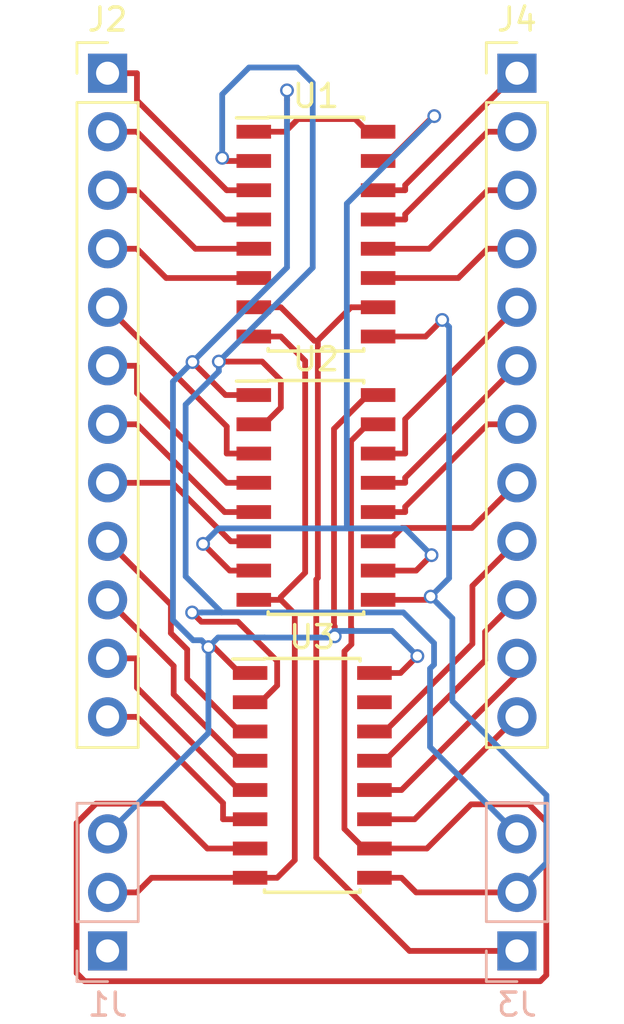
<source format=kicad_pcb>
(kicad_pcb (version 4) (host pcbnew 4.0.7)

  (general
    (links 45)
    (no_connects 0)
    (area 137.392381 85.495 164.86762 130.505)
    (thickness 1.6)
    (drawings 0)
    (tracks 266)
    (zones 0)
    (modules 7)
    (nets 34)
  )

  (page A4)
  (layers
    (0 F.Cu signal)
    (31 B.Cu signal)
    (32 B.Adhes user)
    (33 F.Adhes user)
    (34 B.Paste user)
    (35 F.Paste user)
    (36 B.SilkS user)
    (37 F.SilkS user)
    (38 B.Mask user)
    (39 F.Mask user)
    (40 Dwgs.User user)
    (41 Cmts.User user)
    (42 Eco1.User user)
    (43 Eco2.User user)
    (44 Edge.Cuts user)
    (45 Margin user)
    (46 B.CrtYd user)
    (47 F.CrtYd user)
    (48 B.Fab user)
    (49 F.Fab user)
  )

  (setup
    (last_trace_width 0.25)
    (trace_clearance 0.3)
    (zone_clearance 0.508)
    (zone_45_only no)
    (trace_min 0.2)
    (segment_width 0.2)
    (edge_width 0.1)
    (via_size 0.6)
    (via_drill 0.4)
    (via_min_size 0.4)
    (via_min_drill 0.3)
    (uvia_size 0.3)
    (uvia_drill 0.1)
    (uvias_allowed no)
    (uvia_min_size 0.2)
    (uvia_min_drill 0.1)
    (pcb_text_width 0.3)
    (pcb_text_size 1.5 1.5)
    (mod_edge_width 0.15)
    (mod_text_size 1 1)
    (mod_text_width 0.15)
    (pad_size 1.5 1.5)
    (pad_drill 0.6)
    (pad_to_mask_clearance 0)
    (aux_axis_origin 0 0)
    (visible_elements FFFFFF7F)
    (pcbplotparams
      (layerselection 0x00030_80000001)
      (usegerberextensions false)
      (excludeedgelayer true)
      (linewidth 0.100000)
      (plotframeref false)
      (viasonmask false)
      (mode 1)
      (useauxorigin false)
      (hpglpennumber 1)
      (hpglpenspeed 20)
      (hpglpendiameter 15)
      (hpglpenoverlay 2)
      (psnegative false)
      (psa4output false)
      (plotreference true)
      (plotvalue true)
      (plotinvisibletext false)
      (padsonsilk false)
      (subtractmaskfromsilk false)
      (outputformat 1)
      (mirror false)
      (drillshape 1)
      (scaleselection 1)
      (outputdirectory ""))
  )

  (net 0 "")
  (net 1 "Net-(J1-Pad1)")
  (net 2 GND)
  (net 3 VCC)
  (net 4 "Net-(J2-Pad1)")
  (net 5 "Net-(J2-Pad2)")
  (net 6 "Net-(J2-Pad3)")
  (net 7 "Net-(J2-Pad4)")
  (net 8 "Net-(J2-Pad5)")
  (net 9 "Net-(J2-Pad6)")
  (net 10 "Net-(J2-Pad7)")
  (net 11 "Net-(J2-Pad8)")
  (net 12 "Net-(J2-Pad9)")
  (net 13 "Net-(J2-Pad10)")
  (net 14 "Net-(J2-Pad11)")
  (net 15 "Net-(J2-Pad12)")
  (net 16 /Count)
  (net 17 /PE)
  (net 18 /Clock)
  (net 19 "Net-(J4-Pad1)")
  (net 20 "Net-(J4-Pad2)")
  (net 21 "Net-(J4-Pad3)")
  (net 22 "Net-(J4-Pad4)")
  (net 23 "Net-(J4-Pad5)")
  (net 24 "Net-(J4-Pad6)")
  (net 25 "Net-(J4-Pad7)")
  (net 26 "Net-(J4-Pad8)")
  (net 27 "Net-(J4-Pad9)")
  (net 28 "Net-(J4-Pad10)")
  (net 29 "Net-(J4-Pad11)")
  (net 30 "Net-(J4-Pad12)")
  (net 31 /C0)
  (net 32 /C1)
  (net 33 "Net-(U3-Pad15)")

  (net_class Default "This is the default net class."
    (clearance 0.3)
    (trace_width 0.25)
    (via_dia 0.6)
    (via_drill 0.4)
    (uvia_dia 0.3)
    (uvia_drill 0.1)
    (add_net /C0)
    (add_net /C1)
    (add_net /Clock)
    (add_net /Count)
    (add_net /PE)
    (add_net GND)
    (add_net "Net-(J1-Pad1)")
    (add_net "Net-(J2-Pad1)")
    (add_net "Net-(J2-Pad10)")
    (add_net "Net-(J2-Pad11)")
    (add_net "Net-(J2-Pad12)")
    (add_net "Net-(J2-Pad2)")
    (add_net "Net-(J2-Pad3)")
    (add_net "Net-(J2-Pad4)")
    (add_net "Net-(J2-Pad5)")
    (add_net "Net-(J2-Pad6)")
    (add_net "Net-(J2-Pad7)")
    (add_net "Net-(J2-Pad8)")
    (add_net "Net-(J2-Pad9)")
    (add_net "Net-(J4-Pad1)")
    (add_net "Net-(J4-Pad10)")
    (add_net "Net-(J4-Pad11)")
    (add_net "Net-(J4-Pad12)")
    (add_net "Net-(J4-Pad2)")
    (add_net "Net-(J4-Pad3)")
    (add_net "Net-(J4-Pad4)")
    (add_net "Net-(J4-Pad5)")
    (add_net "Net-(J4-Pad6)")
    (add_net "Net-(J4-Pad7)")
    (add_net "Net-(J4-Pad8)")
    (add_net "Net-(J4-Pad9)")
    (add_net "Net-(U3-Pad15)")
    (add_net VCC)
  )

  (module Pin_Headers:Pin_Header_Straight_1x03_Pitch2.54mm (layer B.Cu) (tedit 59650532) (tstamp 5AA1B714)
    (at 142.24 127)
    (descr "Through hole straight pin header, 1x03, 2.54mm pitch, single row")
    (tags "Through hole pin header THT 1x03 2.54mm single row")
    (path /5AA191ED)
    (fp_text reference J1 (at 0 2.33) (layer B.SilkS)
      (effects (font (size 1 1) (thickness 0.15)) (justify mirror))
    )
    (fp_text value Conn_01x03 (at 0 -7.41) (layer B.Fab)
      (effects (font (size 1 1) (thickness 0.15)) (justify mirror))
    )
    (fp_line (start -0.635 1.27) (end 1.27 1.27) (layer B.Fab) (width 0.1))
    (fp_line (start 1.27 1.27) (end 1.27 -6.35) (layer B.Fab) (width 0.1))
    (fp_line (start 1.27 -6.35) (end -1.27 -6.35) (layer B.Fab) (width 0.1))
    (fp_line (start -1.27 -6.35) (end -1.27 0.635) (layer B.Fab) (width 0.1))
    (fp_line (start -1.27 0.635) (end -0.635 1.27) (layer B.Fab) (width 0.1))
    (fp_line (start -1.33 -6.41) (end 1.33 -6.41) (layer B.SilkS) (width 0.12))
    (fp_line (start -1.33 -1.27) (end -1.33 -6.41) (layer B.SilkS) (width 0.12))
    (fp_line (start 1.33 -1.27) (end 1.33 -6.41) (layer B.SilkS) (width 0.12))
    (fp_line (start -1.33 -1.27) (end 1.33 -1.27) (layer B.SilkS) (width 0.12))
    (fp_line (start -1.33 0) (end -1.33 1.33) (layer B.SilkS) (width 0.12))
    (fp_line (start -1.33 1.33) (end 0 1.33) (layer B.SilkS) (width 0.12))
    (fp_line (start -1.8 1.8) (end -1.8 -6.85) (layer B.CrtYd) (width 0.05))
    (fp_line (start -1.8 -6.85) (end 1.8 -6.85) (layer B.CrtYd) (width 0.05))
    (fp_line (start 1.8 -6.85) (end 1.8 1.8) (layer B.CrtYd) (width 0.05))
    (fp_line (start 1.8 1.8) (end -1.8 1.8) (layer B.CrtYd) (width 0.05))
    (fp_text user %R (at 0 -2.54 270) (layer B.Fab)
      (effects (font (size 1 1) (thickness 0.15)) (justify mirror))
    )
    (pad 1 thru_hole rect (at 0 0) (size 1.7 1.7) (drill 1) (layers *.Cu *.Mask)
      (net 1 "Net-(J1-Pad1)"))
    (pad 2 thru_hole oval (at 0 -2.54) (size 1.7 1.7) (drill 1) (layers *.Cu *.Mask)
      (net 2 GND))
    (pad 3 thru_hole oval (at 0 -5.08) (size 1.7 1.7) (drill 1) (layers *.Cu *.Mask)
      (net 3 VCC))
    (model ${KISYS3DMOD}/Pin_Headers.3dshapes/Pin_Header_Straight_1x03_Pitch2.54mm.wrl
      (at (xyz 0 0 0))
      (scale (xyz 1 1 1))
      (rotate (xyz 0 0 0))
    )
  )

  (module Pin_Headers:Pin_Header_Straight_1x12_Pitch2.54mm (layer F.Cu) (tedit 59650532) (tstamp 5AA1B734)
    (at 142.24 88.9)
    (descr "Through hole straight pin header, 1x12, 2.54mm pitch, single row")
    (tags "Through hole pin header THT 1x12 2.54mm single row")
    (path /5AA16970)
    (fp_text reference J2 (at 0 -2.33) (layer F.SilkS)
      (effects (font (size 1 1) (thickness 0.15)))
    )
    (fp_text value Conn_01x12 (at 0 30.27) (layer F.Fab)
      (effects (font (size 1 1) (thickness 0.15)))
    )
    (fp_line (start -0.635 -1.27) (end 1.27 -1.27) (layer F.Fab) (width 0.1))
    (fp_line (start 1.27 -1.27) (end 1.27 29.21) (layer F.Fab) (width 0.1))
    (fp_line (start 1.27 29.21) (end -1.27 29.21) (layer F.Fab) (width 0.1))
    (fp_line (start -1.27 29.21) (end -1.27 -0.635) (layer F.Fab) (width 0.1))
    (fp_line (start -1.27 -0.635) (end -0.635 -1.27) (layer F.Fab) (width 0.1))
    (fp_line (start -1.33 29.27) (end 1.33 29.27) (layer F.SilkS) (width 0.12))
    (fp_line (start -1.33 1.27) (end -1.33 29.27) (layer F.SilkS) (width 0.12))
    (fp_line (start 1.33 1.27) (end 1.33 29.27) (layer F.SilkS) (width 0.12))
    (fp_line (start -1.33 1.27) (end 1.33 1.27) (layer F.SilkS) (width 0.12))
    (fp_line (start -1.33 0) (end -1.33 -1.33) (layer F.SilkS) (width 0.12))
    (fp_line (start -1.33 -1.33) (end 0 -1.33) (layer F.SilkS) (width 0.12))
    (fp_line (start -1.8 -1.8) (end -1.8 29.75) (layer F.CrtYd) (width 0.05))
    (fp_line (start -1.8 29.75) (end 1.8 29.75) (layer F.CrtYd) (width 0.05))
    (fp_line (start 1.8 29.75) (end 1.8 -1.8) (layer F.CrtYd) (width 0.05))
    (fp_line (start 1.8 -1.8) (end -1.8 -1.8) (layer F.CrtYd) (width 0.05))
    (fp_text user %R (at 0 13.97 90) (layer F.Fab)
      (effects (font (size 1 1) (thickness 0.15)))
    )
    (pad 1 thru_hole rect (at 0 0) (size 1.7 1.7) (drill 1) (layers *.Cu *.Mask)
      (net 4 "Net-(J2-Pad1)"))
    (pad 2 thru_hole oval (at 0 2.54) (size 1.7 1.7) (drill 1) (layers *.Cu *.Mask)
      (net 5 "Net-(J2-Pad2)"))
    (pad 3 thru_hole oval (at 0 5.08) (size 1.7 1.7) (drill 1) (layers *.Cu *.Mask)
      (net 6 "Net-(J2-Pad3)"))
    (pad 4 thru_hole oval (at 0 7.62) (size 1.7 1.7) (drill 1) (layers *.Cu *.Mask)
      (net 7 "Net-(J2-Pad4)"))
    (pad 5 thru_hole oval (at 0 10.16) (size 1.7 1.7) (drill 1) (layers *.Cu *.Mask)
      (net 8 "Net-(J2-Pad5)"))
    (pad 6 thru_hole oval (at 0 12.7) (size 1.7 1.7) (drill 1) (layers *.Cu *.Mask)
      (net 9 "Net-(J2-Pad6)"))
    (pad 7 thru_hole oval (at 0 15.24) (size 1.7 1.7) (drill 1) (layers *.Cu *.Mask)
      (net 10 "Net-(J2-Pad7)"))
    (pad 8 thru_hole oval (at 0 17.78) (size 1.7 1.7) (drill 1) (layers *.Cu *.Mask)
      (net 11 "Net-(J2-Pad8)"))
    (pad 9 thru_hole oval (at 0 20.32) (size 1.7 1.7) (drill 1) (layers *.Cu *.Mask)
      (net 12 "Net-(J2-Pad9)"))
    (pad 10 thru_hole oval (at 0 22.86) (size 1.7 1.7) (drill 1) (layers *.Cu *.Mask)
      (net 13 "Net-(J2-Pad10)"))
    (pad 11 thru_hole oval (at 0 25.4) (size 1.7 1.7) (drill 1) (layers *.Cu *.Mask)
      (net 14 "Net-(J2-Pad11)"))
    (pad 12 thru_hole oval (at 0 27.94) (size 1.7 1.7) (drill 1) (layers *.Cu *.Mask)
      (net 15 "Net-(J2-Pad12)"))
    (model ${KISYS3DMOD}/Pin_Headers.3dshapes/Pin_Header_Straight_1x12_Pitch2.54mm.wrl
      (at (xyz 0 0 0))
      (scale (xyz 1 1 1))
      (rotate (xyz 0 0 0))
    )
  )

  (module Pin_Headers:Pin_Header_Straight_1x03_Pitch2.54mm (layer B.Cu) (tedit 59650532) (tstamp 5AA1B74B)
    (at 160.02 127)
    (descr "Through hole straight pin header, 1x03, 2.54mm pitch, single row")
    (tags "Through hole pin header THT 1x03 2.54mm single row")
    (path /5AA19165)
    (fp_text reference J3 (at 0 2.33) (layer B.SilkS)
      (effects (font (size 1 1) (thickness 0.15)) (justify mirror))
    )
    (fp_text value Conn_01x03 (at 0 -7.41) (layer B.Fab)
      (effects (font (size 1 1) (thickness 0.15)) (justify mirror))
    )
    (fp_line (start -0.635 1.27) (end 1.27 1.27) (layer B.Fab) (width 0.1))
    (fp_line (start 1.27 1.27) (end 1.27 -6.35) (layer B.Fab) (width 0.1))
    (fp_line (start 1.27 -6.35) (end -1.27 -6.35) (layer B.Fab) (width 0.1))
    (fp_line (start -1.27 -6.35) (end -1.27 0.635) (layer B.Fab) (width 0.1))
    (fp_line (start -1.27 0.635) (end -0.635 1.27) (layer B.Fab) (width 0.1))
    (fp_line (start -1.33 -6.41) (end 1.33 -6.41) (layer B.SilkS) (width 0.12))
    (fp_line (start -1.33 -1.27) (end -1.33 -6.41) (layer B.SilkS) (width 0.12))
    (fp_line (start 1.33 -1.27) (end 1.33 -6.41) (layer B.SilkS) (width 0.12))
    (fp_line (start -1.33 -1.27) (end 1.33 -1.27) (layer B.SilkS) (width 0.12))
    (fp_line (start -1.33 0) (end -1.33 1.33) (layer B.SilkS) (width 0.12))
    (fp_line (start -1.33 1.33) (end 0 1.33) (layer B.SilkS) (width 0.12))
    (fp_line (start -1.8 1.8) (end -1.8 -6.85) (layer B.CrtYd) (width 0.05))
    (fp_line (start -1.8 -6.85) (end 1.8 -6.85) (layer B.CrtYd) (width 0.05))
    (fp_line (start 1.8 -6.85) (end 1.8 1.8) (layer B.CrtYd) (width 0.05))
    (fp_line (start 1.8 1.8) (end -1.8 1.8) (layer B.CrtYd) (width 0.05))
    (fp_text user %R (at 0 -2.54 270) (layer B.Fab)
      (effects (font (size 1 1) (thickness 0.15)) (justify mirror))
    )
    (pad 1 thru_hole rect (at 0 0) (size 1.7 1.7) (drill 1) (layers *.Cu *.Mask)
      (net 16 /Count))
    (pad 2 thru_hole oval (at 0 -2.54) (size 1.7 1.7) (drill 1) (layers *.Cu *.Mask)
      (net 17 /PE))
    (pad 3 thru_hole oval (at 0 -5.08) (size 1.7 1.7) (drill 1) (layers *.Cu *.Mask)
      (net 18 /Clock))
    (model ${KISYS3DMOD}/Pin_Headers.3dshapes/Pin_Header_Straight_1x03_Pitch2.54mm.wrl
      (at (xyz 0 0 0))
      (scale (xyz 1 1 1))
      (rotate (xyz 0 0 0))
    )
  )

  (module Pin_Headers:Pin_Header_Straight_1x12_Pitch2.54mm (layer F.Cu) (tedit 59650532) (tstamp 5AA1B76B)
    (at 160.02 88.9)
    (descr "Through hole straight pin header, 1x12, 2.54mm pitch, single row")
    (tags "Through hole pin header THT 1x12 2.54mm single row")
    (path /5AA169ED)
    (fp_text reference J4 (at 0 -2.33) (layer F.SilkS)
      (effects (font (size 1 1) (thickness 0.15)))
    )
    (fp_text value Conn_01x12 (at 0 30.27) (layer F.Fab)
      (effects (font (size 1 1) (thickness 0.15)))
    )
    (fp_line (start -0.635 -1.27) (end 1.27 -1.27) (layer F.Fab) (width 0.1))
    (fp_line (start 1.27 -1.27) (end 1.27 29.21) (layer F.Fab) (width 0.1))
    (fp_line (start 1.27 29.21) (end -1.27 29.21) (layer F.Fab) (width 0.1))
    (fp_line (start -1.27 29.21) (end -1.27 -0.635) (layer F.Fab) (width 0.1))
    (fp_line (start -1.27 -0.635) (end -0.635 -1.27) (layer F.Fab) (width 0.1))
    (fp_line (start -1.33 29.27) (end 1.33 29.27) (layer F.SilkS) (width 0.12))
    (fp_line (start -1.33 1.27) (end -1.33 29.27) (layer F.SilkS) (width 0.12))
    (fp_line (start 1.33 1.27) (end 1.33 29.27) (layer F.SilkS) (width 0.12))
    (fp_line (start -1.33 1.27) (end 1.33 1.27) (layer F.SilkS) (width 0.12))
    (fp_line (start -1.33 0) (end -1.33 -1.33) (layer F.SilkS) (width 0.12))
    (fp_line (start -1.33 -1.33) (end 0 -1.33) (layer F.SilkS) (width 0.12))
    (fp_line (start -1.8 -1.8) (end -1.8 29.75) (layer F.CrtYd) (width 0.05))
    (fp_line (start -1.8 29.75) (end 1.8 29.75) (layer F.CrtYd) (width 0.05))
    (fp_line (start 1.8 29.75) (end 1.8 -1.8) (layer F.CrtYd) (width 0.05))
    (fp_line (start 1.8 -1.8) (end -1.8 -1.8) (layer F.CrtYd) (width 0.05))
    (fp_text user %R (at 0 13.97 90) (layer F.Fab)
      (effects (font (size 1 1) (thickness 0.15)))
    )
    (pad 1 thru_hole rect (at 0 0) (size 1.7 1.7) (drill 1) (layers *.Cu *.Mask)
      (net 19 "Net-(J4-Pad1)"))
    (pad 2 thru_hole oval (at 0 2.54) (size 1.7 1.7) (drill 1) (layers *.Cu *.Mask)
      (net 20 "Net-(J4-Pad2)"))
    (pad 3 thru_hole oval (at 0 5.08) (size 1.7 1.7) (drill 1) (layers *.Cu *.Mask)
      (net 21 "Net-(J4-Pad3)"))
    (pad 4 thru_hole oval (at 0 7.62) (size 1.7 1.7) (drill 1) (layers *.Cu *.Mask)
      (net 22 "Net-(J4-Pad4)"))
    (pad 5 thru_hole oval (at 0 10.16) (size 1.7 1.7) (drill 1) (layers *.Cu *.Mask)
      (net 23 "Net-(J4-Pad5)"))
    (pad 6 thru_hole oval (at 0 12.7) (size 1.7 1.7) (drill 1) (layers *.Cu *.Mask)
      (net 24 "Net-(J4-Pad6)"))
    (pad 7 thru_hole oval (at 0 15.24) (size 1.7 1.7) (drill 1) (layers *.Cu *.Mask)
      (net 25 "Net-(J4-Pad7)"))
    (pad 8 thru_hole oval (at 0 17.78) (size 1.7 1.7) (drill 1) (layers *.Cu *.Mask)
      (net 26 "Net-(J4-Pad8)"))
    (pad 9 thru_hole oval (at 0 20.32) (size 1.7 1.7) (drill 1) (layers *.Cu *.Mask)
      (net 27 "Net-(J4-Pad9)"))
    (pad 10 thru_hole oval (at 0 22.86) (size 1.7 1.7) (drill 1) (layers *.Cu *.Mask)
      (net 28 "Net-(J4-Pad10)"))
    (pad 11 thru_hole oval (at 0 25.4) (size 1.7 1.7) (drill 1) (layers *.Cu *.Mask)
      (net 29 "Net-(J4-Pad11)"))
    (pad 12 thru_hole oval (at 0 27.94) (size 1.7 1.7) (drill 1) (layers *.Cu *.Mask)
      (net 30 "Net-(J4-Pad12)"))
    (model ${KISYS3DMOD}/Pin_Headers.3dshapes/Pin_Header_Straight_1x12_Pitch2.54mm.wrl
      (at (xyz 0 0 0))
      (scale (xyz 1 1 1))
      (rotate (xyz 0 0 0))
    )
  )

  (module Housings_SOIC:SOIC-16_3.9x9.9mm_Pitch1.27mm (layer F.Cu) (tedit 58CC8F64) (tstamp 5AA1B790)
    (at 151.29 95.885)
    (descr "16-Lead Plastic Small Outline (SL) - Narrow, 3.90 mm Body [SOIC] (see Microchip Packaging Specification 00000049BS.pdf)")
    (tags "SOIC 1.27")
    (path /5AA16657)
    (attr smd)
    (fp_text reference U1 (at 0 -6) (layer F.SilkS)
      (effects (font (size 1 1) (thickness 0.15)))
    )
    (fp_text value 74LS161 (at 0 6) (layer F.Fab)
      (effects (font (size 1 1) (thickness 0.15)))
    )
    (fp_text user %R (at 0 0) (layer F.Fab)
      (effects (font (size 0.9 0.9) (thickness 0.135)))
    )
    (fp_line (start -0.95 -4.95) (end 1.95 -4.95) (layer F.Fab) (width 0.15))
    (fp_line (start 1.95 -4.95) (end 1.95 4.95) (layer F.Fab) (width 0.15))
    (fp_line (start 1.95 4.95) (end -1.95 4.95) (layer F.Fab) (width 0.15))
    (fp_line (start -1.95 4.95) (end -1.95 -3.95) (layer F.Fab) (width 0.15))
    (fp_line (start -1.95 -3.95) (end -0.95 -4.95) (layer F.Fab) (width 0.15))
    (fp_line (start -3.7 -5.25) (end -3.7 5.25) (layer F.CrtYd) (width 0.05))
    (fp_line (start 3.7 -5.25) (end 3.7 5.25) (layer F.CrtYd) (width 0.05))
    (fp_line (start -3.7 -5.25) (end 3.7 -5.25) (layer F.CrtYd) (width 0.05))
    (fp_line (start -3.7 5.25) (end 3.7 5.25) (layer F.CrtYd) (width 0.05))
    (fp_line (start -2.075 -5.075) (end -2.075 -5.05) (layer F.SilkS) (width 0.15))
    (fp_line (start 2.075 -5.075) (end 2.075 -4.97) (layer F.SilkS) (width 0.15))
    (fp_line (start 2.075 5.075) (end 2.075 4.97) (layer F.SilkS) (width 0.15))
    (fp_line (start -2.075 5.075) (end -2.075 4.97) (layer F.SilkS) (width 0.15))
    (fp_line (start -2.075 -5.075) (end 2.075 -5.075) (layer F.SilkS) (width 0.15))
    (fp_line (start -2.075 5.075) (end 2.075 5.075) (layer F.SilkS) (width 0.15))
    (fp_line (start -2.075 -5.05) (end -3.45 -5.05) (layer F.SilkS) (width 0.15))
    (pad 1 smd rect (at -2.7 -4.445) (size 1.5 0.6) (layers F.Cu F.Paste F.Mask)
      (net 3 VCC))
    (pad 2 smd rect (at -2.7 -3.175) (size 1.5 0.6) (layers F.Cu F.Paste F.Mask)
      (net 18 /Clock))
    (pad 3 smd rect (at -2.7 -1.905) (size 1.5 0.6) (layers F.Cu F.Paste F.Mask)
      (net 4 "Net-(J2-Pad1)"))
    (pad 4 smd rect (at -2.7 -0.635) (size 1.5 0.6) (layers F.Cu F.Paste F.Mask)
      (net 5 "Net-(J2-Pad2)"))
    (pad 5 smd rect (at -2.7 0.635) (size 1.5 0.6) (layers F.Cu F.Paste F.Mask)
      (net 6 "Net-(J2-Pad3)"))
    (pad 6 smd rect (at -2.7 1.905) (size 1.5 0.6) (layers F.Cu F.Paste F.Mask)
      (net 7 "Net-(J2-Pad4)"))
    (pad 7 smd rect (at -2.7 3.175) (size 1.5 0.6) (layers F.Cu F.Paste F.Mask)
      (net 16 /Count))
    (pad 8 smd rect (at -2.7 4.445) (size 1.5 0.6) (layers F.Cu F.Paste F.Mask)
      (net 2 GND))
    (pad 9 smd rect (at 2.7 4.445) (size 1.5 0.6) (layers F.Cu F.Paste F.Mask)
      (net 17 /PE))
    (pad 10 smd rect (at 2.7 3.175) (size 1.5 0.6) (layers F.Cu F.Paste F.Mask)
      (net 16 /Count))
    (pad 11 smd rect (at 2.7 1.905) (size 1.5 0.6) (layers F.Cu F.Paste F.Mask)
      (net 22 "Net-(J4-Pad4)"))
    (pad 12 smd rect (at 2.7 0.635) (size 1.5 0.6) (layers F.Cu F.Paste F.Mask)
      (net 21 "Net-(J4-Pad3)"))
    (pad 13 smd rect (at 2.7 -0.635) (size 1.5 0.6) (layers F.Cu F.Paste F.Mask)
      (net 20 "Net-(J4-Pad2)"))
    (pad 14 smd rect (at 2.7 -1.905) (size 1.5 0.6) (layers F.Cu F.Paste F.Mask)
      (net 19 "Net-(J4-Pad1)"))
    (pad 15 smd rect (at 2.7 -3.175) (size 1.5 0.6) (layers F.Cu F.Paste F.Mask)
      (net 31 /C0))
    (pad 16 smd rect (at 2.7 -4.445) (size 1.5 0.6) (layers F.Cu F.Paste F.Mask)
      (net 3 VCC))
    (model ${KISYS3DMOD}/Housings_SOIC.3dshapes/SOIC-16_3.9x9.9mm_Pitch1.27mm.wrl
      (at (xyz 0 0 0))
      (scale (xyz 1 1 1))
      (rotate (xyz 0 0 0))
    )
  )

  (module Housings_SOIC:SOIC-16_3.9x9.9mm_Pitch1.27mm (layer F.Cu) (tedit 58CC8F64) (tstamp 5AA1B7B5)
    (at 151.29 107.315)
    (descr "16-Lead Plastic Small Outline (SL) - Narrow, 3.90 mm Body [SOIC] (see Microchip Packaging Specification 00000049BS.pdf)")
    (tags "SOIC 1.27")
    (path /5AA166E3)
    (attr smd)
    (fp_text reference U2 (at 0 -6) (layer F.SilkS)
      (effects (font (size 1 1) (thickness 0.15)))
    )
    (fp_text value 74LS161 (at 0 6) (layer F.Fab)
      (effects (font (size 1 1) (thickness 0.15)))
    )
    (fp_text user %R (at 0 0) (layer F.Fab)
      (effects (font (size 0.9 0.9) (thickness 0.135)))
    )
    (fp_line (start -0.95 -4.95) (end 1.95 -4.95) (layer F.Fab) (width 0.15))
    (fp_line (start 1.95 -4.95) (end 1.95 4.95) (layer F.Fab) (width 0.15))
    (fp_line (start 1.95 4.95) (end -1.95 4.95) (layer F.Fab) (width 0.15))
    (fp_line (start -1.95 4.95) (end -1.95 -3.95) (layer F.Fab) (width 0.15))
    (fp_line (start -1.95 -3.95) (end -0.95 -4.95) (layer F.Fab) (width 0.15))
    (fp_line (start -3.7 -5.25) (end -3.7 5.25) (layer F.CrtYd) (width 0.05))
    (fp_line (start 3.7 -5.25) (end 3.7 5.25) (layer F.CrtYd) (width 0.05))
    (fp_line (start -3.7 -5.25) (end 3.7 -5.25) (layer F.CrtYd) (width 0.05))
    (fp_line (start -3.7 5.25) (end 3.7 5.25) (layer F.CrtYd) (width 0.05))
    (fp_line (start -2.075 -5.075) (end -2.075 -5.05) (layer F.SilkS) (width 0.15))
    (fp_line (start 2.075 -5.075) (end 2.075 -4.97) (layer F.SilkS) (width 0.15))
    (fp_line (start 2.075 5.075) (end 2.075 4.97) (layer F.SilkS) (width 0.15))
    (fp_line (start -2.075 5.075) (end -2.075 4.97) (layer F.SilkS) (width 0.15))
    (fp_line (start -2.075 -5.075) (end 2.075 -5.075) (layer F.SilkS) (width 0.15))
    (fp_line (start -2.075 5.075) (end 2.075 5.075) (layer F.SilkS) (width 0.15))
    (fp_line (start -2.075 -5.05) (end -3.45 -5.05) (layer F.SilkS) (width 0.15))
    (pad 1 smd rect (at -2.7 -4.445) (size 1.5 0.6) (layers F.Cu F.Paste F.Mask)
      (net 3 VCC))
    (pad 2 smd rect (at -2.7 -3.175) (size 1.5 0.6) (layers F.Cu F.Paste F.Mask)
      (net 18 /Clock))
    (pad 3 smd rect (at -2.7 -1.905) (size 1.5 0.6) (layers F.Cu F.Paste F.Mask)
      (net 8 "Net-(J2-Pad5)"))
    (pad 4 smd rect (at -2.7 -0.635) (size 1.5 0.6) (layers F.Cu F.Paste F.Mask)
      (net 9 "Net-(J2-Pad6)"))
    (pad 5 smd rect (at -2.7 0.635) (size 1.5 0.6) (layers F.Cu F.Paste F.Mask)
      (net 10 "Net-(J2-Pad7)"))
    (pad 6 smd rect (at -2.7 1.905) (size 1.5 0.6) (layers F.Cu F.Paste F.Mask)
      (net 11 "Net-(J2-Pad8)"))
    (pad 7 smd rect (at -2.7 3.175) (size 1.5 0.6) (layers F.Cu F.Paste F.Mask)
      (net 31 /C0))
    (pad 8 smd rect (at -2.7 4.445) (size 1.5 0.6) (layers F.Cu F.Paste F.Mask)
      (net 2 GND))
    (pad 9 smd rect (at 2.7 4.445) (size 1.5 0.6) (layers F.Cu F.Paste F.Mask)
      (net 17 /PE))
    (pad 10 smd rect (at 2.7 3.175) (size 1.5 0.6) (layers F.Cu F.Paste F.Mask)
      (net 31 /C0))
    (pad 11 smd rect (at 2.7 1.905) (size 1.5 0.6) (layers F.Cu F.Paste F.Mask)
      (net 26 "Net-(J4-Pad8)"))
    (pad 12 smd rect (at 2.7 0.635) (size 1.5 0.6) (layers F.Cu F.Paste F.Mask)
      (net 25 "Net-(J4-Pad7)"))
    (pad 13 smd rect (at 2.7 -0.635) (size 1.5 0.6) (layers F.Cu F.Paste F.Mask)
      (net 24 "Net-(J4-Pad6)"))
    (pad 14 smd rect (at 2.7 -1.905) (size 1.5 0.6) (layers F.Cu F.Paste F.Mask)
      (net 23 "Net-(J4-Pad5)"))
    (pad 15 smd rect (at 2.7 -3.175) (size 1.5 0.6) (layers F.Cu F.Paste F.Mask)
      (net 32 /C1))
    (pad 16 smd rect (at 2.7 -4.445) (size 1.5 0.6) (layers F.Cu F.Paste F.Mask)
      (net 3 VCC))
    (model ${KISYS3DMOD}/Housings_SOIC.3dshapes/SOIC-16_3.9x9.9mm_Pitch1.27mm.wrl
      (at (xyz 0 0 0))
      (scale (xyz 1 1 1))
      (rotate (xyz 0 0 0))
    )
  )

  (module Housings_SOIC:SOIC-16_3.9x9.9mm_Pitch1.27mm (layer F.Cu) (tedit 58CC8F64) (tstamp 5AA1B7DA)
    (at 151.13 119.38)
    (descr "16-Lead Plastic Small Outline (SL) - Narrow, 3.90 mm Body [SOIC] (see Microchip Packaging Specification 00000049BS.pdf)")
    (tags "SOIC 1.27")
    (path /5AA1679F)
    (attr smd)
    (fp_text reference U3 (at 0 -6) (layer F.SilkS)
      (effects (font (size 1 1) (thickness 0.15)))
    )
    (fp_text value 74LS161 (at 0 6) (layer F.Fab)
      (effects (font (size 1 1) (thickness 0.15)))
    )
    (fp_text user %R (at 0 0) (layer F.Fab)
      (effects (font (size 0.9 0.9) (thickness 0.135)))
    )
    (fp_line (start -0.95 -4.95) (end 1.95 -4.95) (layer F.Fab) (width 0.15))
    (fp_line (start 1.95 -4.95) (end 1.95 4.95) (layer F.Fab) (width 0.15))
    (fp_line (start 1.95 4.95) (end -1.95 4.95) (layer F.Fab) (width 0.15))
    (fp_line (start -1.95 4.95) (end -1.95 -3.95) (layer F.Fab) (width 0.15))
    (fp_line (start -1.95 -3.95) (end -0.95 -4.95) (layer F.Fab) (width 0.15))
    (fp_line (start -3.7 -5.25) (end -3.7 5.25) (layer F.CrtYd) (width 0.05))
    (fp_line (start 3.7 -5.25) (end 3.7 5.25) (layer F.CrtYd) (width 0.05))
    (fp_line (start -3.7 -5.25) (end 3.7 -5.25) (layer F.CrtYd) (width 0.05))
    (fp_line (start -3.7 5.25) (end 3.7 5.25) (layer F.CrtYd) (width 0.05))
    (fp_line (start -2.075 -5.075) (end -2.075 -5.05) (layer F.SilkS) (width 0.15))
    (fp_line (start 2.075 -5.075) (end 2.075 -4.97) (layer F.SilkS) (width 0.15))
    (fp_line (start 2.075 5.075) (end 2.075 4.97) (layer F.SilkS) (width 0.15))
    (fp_line (start -2.075 5.075) (end -2.075 4.97) (layer F.SilkS) (width 0.15))
    (fp_line (start -2.075 -5.075) (end 2.075 -5.075) (layer F.SilkS) (width 0.15))
    (fp_line (start -2.075 5.075) (end 2.075 5.075) (layer F.SilkS) (width 0.15))
    (fp_line (start -2.075 -5.05) (end -3.45 -5.05) (layer F.SilkS) (width 0.15))
    (pad 1 smd rect (at -2.7 -4.445) (size 1.5 0.6) (layers F.Cu F.Paste F.Mask)
      (net 3 VCC))
    (pad 2 smd rect (at -2.7 -3.175) (size 1.5 0.6) (layers F.Cu F.Paste F.Mask)
      (net 18 /Clock))
    (pad 3 smd rect (at -2.7 -1.905) (size 1.5 0.6) (layers F.Cu F.Paste F.Mask)
      (net 12 "Net-(J2-Pad9)"))
    (pad 4 smd rect (at -2.7 -0.635) (size 1.5 0.6) (layers F.Cu F.Paste F.Mask)
      (net 13 "Net-(J2-Pad10)"))
    (pad 5 smd rect (at -2.7 0.635) (size 1.5 0.6) (layers F.Cu F.Paste F.Mask)
      (net 14 "Net-(J2-Pad11)"))
    (pad 6 smd rect (at -2.7 1.905) (size 1.5 0.6) (layers F.Cu F.Paste F.Mask)
      (net 15 "Net-(J2-Pad12)"))
    (pad 7 smd rect (at -2.7 3.175) (size 1.5 0.6) (layers F.Cu F.Paste F.Mask)
      (net 32 /C1))
    (pad 8 smd rect (at -2.7 4.445) (size 1.5 0.6) (layers F.Cu F.Paste F.Mask)
      (net 2 GND))
    (pad 9 smd rect (at 2.7 4.445) (size 1.5 0.6) (layers F.Cu F.Paste F.Mask)
      (net 17 /PE))
    (pad 10 smd rect (at 2.7 3.175) (size 1.5 0.6) (layers F.Cu F.Paste F.Mask)
      (net 32 /C1))
    (pad 11 smd rect (at 2.7 1.905) (size 1.5 0.6) (layers F.Cu F.Paste F.Mask)
      (net 30 "Net-(J4-Pad12)"))
    (pad 12 smd rect (at 2.7 0.635) (size 1.5 0.6) (layers F.Cu F.Paste F.Mask)
      (net 29 "Net-(J4-Pad11)"))
    (pad 13 smd rect (at 2.7 -0.635) (size 1.5 0.6) (layers F.Cu F.Paste F.Mask)
      (net 28 "Net-(J4-Pad10)"))
    (pad 14 smd rect (at 2.7 -1.905) (size 1.5 0.6) (layers F.Cu F.Paste F.Mask)
      (net 27 "Net-(J4-Pad9)"))
    (pad 15 smd rect (at 2.7 -3.175) (size 1.5 0.6) (layers F.Cu F.Paste F.Mask)
      (net 33 "Net-(U3-Pad15)"))
    (pad 16 smd rect (at 2.7 -4.445) (size 1.5 0.6) (layers F.Cu F.Paste F.Mask)
      (net 3 VCC))
    (model ${KISYS3DMOD}/Housings_SOIC.3dshapes/SOIC-16_3.9x9.9mm_Pitch1.27mm.wrl
      (at (xyz 0 0 0))
      (scale (xyz 1 1 1))
      (rotate (xyz 0 0 0))
    )
  )

  (segment (start 149.7653 111.76) (end 149.7653 111.6365) (width 0.25) (layer F.Cu) (net 2))
  (segment (start 149.7653 111.6365) (end 150.822 110.5798) (width 0.25) (layer F.Cu) (net 2))
  (segment (start 150.822 110.5798) (end 150.822 101.3867) (width 0.25) (layer F.Cu) (net 2))
  (segment (start 150.822 101.3867) (end 149.7653 100.33) (width 0.25) (layer F.Cu) (net 2))
  (segment (start 148.59 100.33) (end 149.7653 100.33) (width 0.25) (layer F.Cu) (net 2))
  (segment (start 142.24 124.46) (end 143.5153 124.46) (width 0.25) (layer F.Cu) (net 2))
  (segment (start 144.1503 123.825) (end 148.43 123.825) (width 0.25) (layer F.Cu) (net 2))
  (segment (start 143.5153 124.46) (end 144.1503 123.825) (width 0.25) (layer F.Cu) (net 2))
  (segment (start 148.43 123.825) (end 149.6053 123.825) (width 0.25) (layer F.Cu) (net 2))
  (segment (start 148.59 111.76) (end 149.7653 111.76) (width 0.25) (layer F.Cu) (net 2))
  (segment (start 150.3697 112.3644) (end 149.7653 111.76) (width 0.25) (layer F.Cu) (net 2))
  (segment (start 150.3697 123.0606) (end 150.3697 112.3644) (width 0.25) (layer F.Cu) (net 2))
  (segment (start 149.6053 123.825) (end 150.3697 123.0606) (width 0.25) (layer F.Cu) (net 2))
  (segment (start 150.032951 90.06872) (end 150.032951 89.644456) (width 0.25) (layer F.Cu) (net 3))
  (segment (start 150.032951 90.06872) (end 150.032951 89.644456) (width 0.25) (layer B.Cu) (net 3))
  (segment (start 150.032951 97.332468) (end 150.032951 90.06872) (width 0.25) (layer B.Cu) (net 3))
  (segment (start 150.032951 91.364849) (end 150.032951 90.06872) (width 0.25) (layer F.Cu) (net 3))
  (segment (start 149.9578 91.44) (end 150.032951 91.364849) (width 0.25) (layer F.Cu) (net 3))
  (via (at 150.032951 89.644456) (size 0.6) (drill 0.4) (layers F.Cu B.Cu) (net 3))
  (segment (start 145.928652 101.436767) (end 150.032951 97.332468) (width 0.25) (layer B.Cu) (net 3))
  (segment (start 145.928652 101.436767) (end 145.079234 102.286185) (width 0.25) (layer B.Cu) (net 3))
  (segment (start 145.079234 112.639443) (end 145.953902 113.514111) (width 0.25) (layer B.Cu) (net 3))
  (segment (start 145.079234 102.286185) (end 145.079234 112.639443) (width 0.25) (layer B.Cu) (net 3))
  (segment (start 145.953902 113.514111) (end 146.319528 113.514111) (width 0.25) (layer B.Cu) (net 3))
  (segment (start 146.319528 113.514111) (end 146.619527 113.81411) (width 0.25) (layer B.Cu) (net 3))
  (segment (start 148.43 114.935) (end 147.98 114.935) (width 0.25) (layer F.Cu) (net 3))
  (via (at 146.619527 113.81411) (size 0.6) (drill 0.4) (layers F.Cu B.Cu) (net 3))
  (segment (start 147.039637 113.394) (end 146.919526 113.514111) (width 0.25) (layer B.Cu) (net 3))
  (segment (start 149.0624 113.394) (end 147.039637 113.394) (width 0.25) (layer B.Cu) (net 3))
  (segment (start 146.619527 117.540473) (end 146.619527 114.238374) (width 0.25) (layer B.Cu) (net 3))
  (segment (start 146.919526 113.514111) (end 146.619527 113.81411) (width 0.25) (layer B.Cu) (net 3))
  (segment (start 146.619527 114.238374) (end 146.619527 113.81411) (width 0.25) (layer B.Cu) (net 3))
  (segment (start 147.98 114.935) (end 146.85911 113.81411) (width 0.25) (layer F.Cu) (net 3))
  (segment (start 146.85911 113.81411) (end 146.619527 113.81411) (width 0.25) (layer F.Cu) (net 3))
  (segment (start 142.24 121.92) (end 146.619527 117.540473) (width 0.25) (layer B.Cu) (net 3))
  (segment (start 152.0739 112.886785) (end 152.105662 112.918547) (width 0.25) (layer F.Cu) (net 3))
  (segment (start 152.105662 112.918547) (end 152.105662 113.342811) (width 0.25) (layer F.Cu) (net 3))
  (segment (start 152.0739 104.3361) (end 152.0739 112.886785) (width 0.25) (layer F.Cu) (net 3))
  (segment (start 152.0739 113.1122) (end 152.0739 113.311049) (width 0.25) (layer B.Cu) (net 3))
  (segment (start 152.0739 113.311049) (end 152.105662 113.342811) (width 0.25) (layer B.Cu) (net 3))
  (segment (start 153.99 102.87) (end 153.54 102.87) (width 0.25) (layer F.Cu) (net 3))
  (segment (start 153.54 102.87) (end 152.0739 104.3361) (width 0.25) (layer F.Cu) (net 3))
  (via (at 152.105662 113.342811) (size 0.6) (drill 0.4) (layers F.Cu B.Cu) (net 3))
  (segment (start 155.39448 114.502092) (end 155.694479 114.202093) (width 0.25) (layer F.Cu) (net 3))
  (segment (start 154.961572 114.935) (end 155.39448 114.502092) (width 0.25) (layer F.Cu) (net 3))
  (segment (start 153.83 114.935) (end 154.961572 114.935) (width 0.25) (layer F.Cu) (net 3))
  (segment (start 152.0739 113.1122) (end 154.604586 113.1122) (width 0.25) (layer B.Cu) (net 3))
  (segment (start 155.39448 113.902094) (end 155.694479 114.202093) (width 0.25) (layer B.Cu) (net 3))
  (segment (start 154.604586 113.1122) (end 155.39448 113.902094) (width 0.25) (layer B.Cu) (net 3))
  (via (at 155.694479 114.202093) (size 0.6) (drill 0.4) (layers F.Cu B.Cu) (net 3))
  (segment (start 146.228651 101.736766) (end 145.928652 101.436767) (width 0.25) (layer F.Cu) (net 3))
  (segment (start 147.361885 102.87) (end 146.228651 101.736766) (width 0.25) (layer F.Cu) (net 3))
  (segment (start 148.59 102.87) (end 147.361885 102.87) (width 0.25) (layer F.Cu) (net 3))
  (via (at 145.928652 101.436767) (size 0.6) (drill 0.4) (layers F.Cu B.Cu) (net 3))
  (segment (start 153.99 91.44) (end 153.54 91.44) (width 0.25) (layer F.Cu) (net 3))
  (segment (start 150.5078 90.89) (end 149.9578 91.44) (width 0.25) (layer F.Cu) (net 3))
  (segment (start 152.99 90.89) (end 150.5078 90.89) (width 0.25) (layer F.Cu) (net 3))
  (segment (start 153.54 91.44) (end 152.99 90.89) (width 0.25) (layer F.Cu) (net 3))
  (segment (start 148.59 91.44) (end 149.7653 91.44) (width 0.25) (layer F.Cu) (net 3))
  (segment (start 149.9578 91.44) (end 149.7653 91.44) (width 0.25) (layer F.Cu) (net 3))
  (segment (start 151.7889 113.3972) (end 152.0739 113.1122) (width 0.25) (layer B.Cu) (net 3))
  (segment (start 149.0655 113.3972) (end 151.7889 113.3972) (width 0.25) (layer B.Cu) (net 3))
  (segment (start 149.0624 113.394) (end 149.0655 113.3972) (width 0.25) (layer B.Cu) (net 3))
  (segment (start 142.24 88.9) (end 143.5153 88.9) (width 0.25) (layer F.Cu) (net 4))
  (segment (start 148.59 93.98) (end 147.4147 93.98) (width 0.25) (layer F.Cu) (net 4))
  (segment (start 143.5153 90.0806) (end 147.4147 93.98) (width 0.25) (layer F.Cu) (net 4))
  (segment (start 143.5153 88.9) (end 143.5153 90.0806) (width 0.25) (layer F.Cu) (net 4))
  (segment (start 147.3253 95.25) (end 143.5153 91.44) (width 0.25) (layer F.Cu) (net 5))
  (segment (start 148.59 95.25) (end 147.3253 95.25) (width 0.25) (layer F.Cu) (net 5))
  (segment (start 142.24 91.44) (end 143.5153 91.44) (width 0.25) (layer F.Cu) (net 5))
  (segment (start 146.0553 96.52) (end 143.5153 93.98) (width 0.25) (layer F.Cu) (net 6))
  (segment (start 148.59 96.52) (end 146.0553 96.52) (width 0.25) (layer F.Cu) (net 6))
  (segment (start 142.24 93.98) (end 143.5153 93.98) (width 0.25) (layer F.Cu) (net 6))
  (segment (start 144.7853 97.79) (end 143.5153 96.52) (width 0.25) (layer F.Cu) (net 7))
  (segment (start 148.59 97.79) (end 144.7853 97.79) (width 0.25) (layer F.Cu) (net 7))
  (segment (start 142.24 96.52) (end 143.5153 96.52) (width 0.25) (layer F.Cu) (net 7))
  (segment (start 147.4147 104.2347) (end 142.24 99.06) (width 0.25) (layer F.Cu) (net 8))
  (segment (start 147.4147 105.41) (end 147.4147 104.2347) (width 0.25) (layer F.Cu) (net 8))
  (segment (start 148.59 105.41) (end 147.4147 105.41) (width 0.25) (layer F.Cu) (net 8))
  (segment (start 143.5153 102.7806) (end 143.5153 101.6) (width 0.25) (layer F.Cu) (net 9))
  (segment (start 147.4147 106.68) (end 143.5153 102.7806) (width 0.25) (layer F.Cu) (net 9))
  (segment (start 142.24 101.6) (end 143.5153 101.6) (width 0.25) (layer F.Cu) (net 9))
  (segment (start 148.59 106.68) (end 147.4147 106.68) (width 0.25) (layer F.Cu) (net 9))
  (segment (start 147.3253 107.95) (end 143.5153 104.14) (width 0.25) (layer F.Cu) (net 10))
  (segment (start 148.59 107.95) (end 147.3253 107.95) (width 0.25) (layer F.Cu) (net 10))
  (segment (start 142.24 104.14) (end 143.5153 104.14) (width 0.25) (layer F.Cu) (net 10))
  (segment (start 143.442081 106.68) (end 142.24 106.68) (width 0.25) (layer F.Cu) (net 11))
  (segment (start 148.59 109.22) (end 147.59 109.22) (width 0.25) (layer F.Cu) (net 11))
  (segment (start 147.59 109.22) (end 145.05 106.68) (width 0.25) (layer F.Cu) (net 11))
  (segment (start 145.05 106.68) (end 143.442081 106.68) (width 0.25) (layer F.Cu) (net 11))
  (segment (start 148.43 117.475) (end 147.98 117.475) (width 0.25) (layer F.Cu) (net 12))
  (segment (start 147.98 117.475) (end 145.697181 115.192181) (width 0.25) (layer F.Cu) (net 12))
  (segment (start 145.697181 115.192181) (end 145.697181 113.91521) (width 0.25) (layer F.Cu) (net 12))
  (segment (start 145.697181 113.91521) (end 144.989648 113.207677) (width 0.25) (layer F.Cu) (net 12))
  (segment (start 144.989648 113.207677) (end 144.989648 111.969648) (width 0.25) (layer F.Cu) (net 12))
  (segment (start 144.989648 111.969648) (end 143.089999 110.069999) (width 0.25) (layer F.Cu) (net 12))
  (segment (start 143.089999 110.069999) (end 142.24 109.22) (width 0.25) (layer F.Cu) (net 12))
  (segment (start 147.9938 118.745) (end 148.43 118.745) (width 0.25) (layer F.Cu) (net 13))
  (segment (start 145.1099 115.8611) (end 147.9938 118.745) (width 0.25) (layer F.Cu) (net 13))
  (segment (start 145.1099 114.6299) (end 145.1099 115.8611) (width 0.25) (layer F.Cu) (net 13))
  (segment (start 142.24 111.76) (end 145.1099 114.6299) (width 0.25) (layer F.Cu) (net 13))
  (segment (start 142.24 114.3) (end 143.5153 114.3) (width 0.25) (layer F.Cu) (net 14))
  (segment (start 147.955 120.015) (end 143.5153 115.5753) (width 0.25) (layer F.Cu) (net 14))
  (segment (start 148.43 120.015) (end 147.955 120.015) (width 0.25) (layer F.Cu) (net 14))
  (segment (start 143.5153 115.5753) (end 143.5153 114.3) (width 0.25) (layer F.Cu) (net 14))
  (segment (start 147.2547 120.5794) (end 143.5153 116.84) (width 0.25) (layer F.Cu) (net 15))
  (segment (start 148.43 121.285) (end 147.2547 121.285) (width 0.25) (layer F.Cu) (net 15))
  (segment (start 147.2547 121.285) (end 147.2547 120.5794) (width 0.25) (layer F.Cu) (net 15))
  (segment (start 142.24 116.84) (end 143.5153 116.84) (width 0.25) (layer F.Cu) (net 15))
  (segment (start 151.3723 100.5246) (end 151.3612 100.5135) (width 0.25) (layer F.Cu) (net 16))
  (segment (start 151.3723 110.8078) (end 151.3723 100.5246) (width 0.25) (layer F.Cu) (net 16))
  (segment (start 151.3034 110.8767) (end 151.3723 110.8078) (width 0.25) (layer F.Cu) (net 16))
  (segment (start 160.02 127) (end 155.3535 127) (width 0.25) (layer F.Cu) (net 16))
  (segment (start 155.3535 127) (end 151.3034 122.9499) (width 0.25) (layer F.Cu) (net 16))
  (segment (start 151.3034 122.9499) (end 151.3034 110.8767) (width 0.25) (layer F.Cu) (net 16))
  (segment (start 148.59 99.06) (end 149.7653 99.06) (width 0.25) (layer F.Cu) (net 16))
  (segment (start 153.99 99.06) (end 152.8147 99.06) (width 0.25) (layer F.Cu) (net 16))
  (segment (start 152.8147 99.06) (end 151.3612 100.5135) (width 0.25) (layer F.Cu) (net 16))
  (segment (start 151.2188 100.5135) (end 151.3612 100.5135) (width 0.25) (layer F.Cu) (net 16))
  (segment (start 149.7653 99.06) (end 151.2188 100.5135) (width 0.25) (layer F.Cu) (net 16))
  (segment (start 156.053256 100.33) (end 156.472597 99.910659) (width 0.25) (layer F.Cu) (net 17))
  (segment (start 153.99 100.33) (end 156.053256 100.33) (width 0.25) (layer F.Cu) (net 17))
  (segment (start 157.072595 99.910659) (end 156.772596 99.61066) (width 0.25) (layer B.Cu) (net 17))
  (segment (start 156.273222 111.619306) (end 157.072595 110.819933) (width 0.25) (layer B.Cu) (net 17))
  (segment (start 156.472597 99.910659) (end 156.772596 99.61066) (width 0.25) (layer F.Cu) (net 17))
  (segment (start 157.072595 110.819933) (end 157.072595 99.910659) (width 0.25) (layer B.Cu) (net 17))
  (via (at 156.772596 99.61066) (size 0.6) (drill 0.4) (layers F.Cu B.Cu) (net 17))
  (segment (start 153.99 111.76) (end 156.132528 111.76) (width 0.25) (layer F.Cu) (net 17))
  (segment (start 156.573221 111.919305) (end 156.273222 111.619306) (width 0.25) (layer B.Cu) (net 17))
  (segment (start 157.215204 116.158204) (end 157.215204 112.561288) (width 0.25) (layer B.Cu) (net 17))
  (segment (start 161.3016 120.2446) (end 157.215204 116.158204) (width 0.25) (layer B.Cu) (net 17))
  (segment (start 160.02 124.46) (end 161.3016 123.1784) (width 0.25) (layer B.Cu) (net 17))
  (segment (start 161.3016 123.1784) (end 161.3016 120.2446) (width 0.25) (layer B.Cu) (net 17))
  (segment (start 157.215204 112.561288) (end 156.573221 111.919305) (width 0.25) (layer B.Cu) (net 17))
  (segment (start 156.132528 111.76) (end 156.273222 111.619306) (width 0.25) (layer F.Cu) (net 17))
  (via (at 156.273222 111.619306) (size 0.6) (drill 0.4) (layers F.Cu B.Cu) (net 17))
  (segment (start 160.02 124.46) (end 158.7447 124.46) (width 0.25) (layer F.Cu) (net 17))
  (segment (start 155.6403 124.46) (end 158.7447 124.46) (width 0.25) (layer F.Cu) (net 17))
  (segment (start 155.0053 123.825) (end 155.6403 124.46) (width 0.25) (layer F.Cu) (net 17))
  (segment (start 153.83 123.825) (end 155.0053 123.825) (width 0.25) (layer F.Cu) (net 17))
  (segment (start 147.2186 92.5723) (end 147.2186 89.817303) (width 0.25) (layer B.Cu) (net 18))
  (segment (start 147.2186 89.817303) (end 148.384273 88.65163) (width 0.25) (layer B.Cu) (net 18))
  (segment (start 148.384273 88.65163) (end 150.48319 88.65163) (width 0.25) (layer B.Cu) (net 18))
  (segment (start 150.48319 88.65163) (end 151.149034 89.317474) (width 0.25) (layer B.Cu) (net 18))
  (segment (start 151.149034 89.317474) (end 151.149034 97.340228) (width 0.25) (layer B.Cu) (net 18))
  (segment (start 151.149034 97.340228) (end 147.371873 101.117389) (width 0.25) (layer B.Cu) (net 18))
  (segment (start 147.371873 101.117389) (end 147.071874 101.417388) (width 0.25) (layer B.Cu) (net 18))
  (segment (start 147.193975 112.307) (end 146.339146 112.307) (width 0.25) (layer B.Cu) (net 18))
  (segment (start 146.339146 112.307) (end 146.336183 112.309963) (width 0.25) (layer B.Cu) (net 18))
  (segment (start 147.193975 112.307) (end 155.085531 112.307) (width 0.25) (layer B.Cu) (net 18))
  (segment (start 146.211918 112.609962) (end 145.911919 112.309963) (width 0.25) (layer F.Cu) (net 18))
  (segment (start 146.312486 112.71053) (end 146.211918 112.609962) (width 0.25) (layer F.Cu) (net 18))
  (segment (start 147.903483 112.71053) (end 146.312486 112.71053) (width 0.25) (layer F.Cu) (net 18))
  (segment (start 146.336183 112.309963) (end 145.911919 112.309963) (width 0.25) (layer B.Cu) (net 18))
  (segment (start 149.6053 114.412347) (end 147.903483 112.71053) (width 0.25) (layer F.Cu) (net 18))
  (segment (start 149.6053 115.4797) (end 149.6053 114.412347) (width 0.25) (layer F.Cu) (net 18))
  (segment (start 148.88 116.205) (end 149.6053 115.4797) (width 0.25) (layer F.Cu) (net 18))
  (segment (start 148.43 116.205) (end 148.88 116.205) (width 0.25) (layer F.Cu) (net 18))
  (via (at 145.911919 112.309963) (size 0.6) (drill 0.4) (layers F.Cu B.Cu) (net 18))
  (segment (start 159.170001 121.070001) (end 160.02 121.92) (width 0.25) (layer B.Cu) (net 18))
  (segment (start 156.419481 114.569474) (end 156.24509 114.743865) (width 0.25) (layer B.Cu) (net 18))
  (segment (start 156.419481 113.64095) (end 156.419481 114.569474) (width 0.25) (layer B.Cu) (net 18))
  (segment (start 155.085531 112.307) (end 156.419481 113.64095) (width 0.25) (layer B.Cu) (net 18))
  (segment (start 156.24509 118.14509) (end 159.170001 121.070001) (width 0.25) (layer B.Cu) (net 18))
  (segment (start 156.24509 114.743865) (end 156.24509 118.14509) (width 0.25) (layer B.Cu) (net 18))
  (segment (start 147.071874 101.841652) (end 147.071874 101.417388) (width 0.25) (layer B.Cu) (net 18))
  (segment (start 145.629245 103.284281) (end 147.071874 101.841652) (width 0.25) (layer B.Cu) (net 18))
  (segment (start 147.193975 112.307) (end 145.629245 110.74227) (width 0.25) (layer B.Cu) (net 18))
  (segment (start 145.629245 110.74227) (end 145.629245 103.284281) (width 0.25) (layer B.Cu) (net 18))
  (segment (start 147.496138 101.417388) (end 147.071874 101.417388) (width 0.25) (layer F.Cu) (net 18))
  (segment (start 149.765001 102.229999) (end 148.95239 101.417388) (width 0.25) (layer F.Cu) (net 18))
  (segment (start 149.765001 103.414999) (end 149.765001 102.229999) (width 0.25) (layer F.Cu) (net 18))
  (segment (start 148.95239 101.417388) (end 147.496138 101.417388) (width 0.25) (layer F.Cu) (net 18))
  (segment (start 149.04 104.14) (end 149.765001 103.414999) (width 0.25) (layer F.Cu) (net 18))
  (segment (start 148.59 104.14) (end 149.04 104.14) (width 0.25) (layer F.Cu) (net 18))
  (via (at 147.071874 101.417388) (size 0.6) (drill 0.4) (layers F.Cu B.Cu) (net 18))
  (via (at 147.2186 92.5723) (size 0.6) (layers F.Cu B.Cu) (net 18))
  (segment (start 148.59 92.71) (end 147.4147 92.71) (width 0.25) (layer F.Cu) (net 18))
  (segment (start 147.277 92.5723) (end 147.2186 92.5723) (width 0.25) (layer F.Cu) (net 18))
  (segment (start 147.4147 92.71) (end 147.277 92.5723) (width 0.25) (layer F.Cu) (net 18))
  (segment (start 155.1653 93.7547) (end 160.02 88.9) (width 0.25) (layer F.Cu) (net 19))
  (segment (start 155.1653 93.98) (end 155.1653 93.7547) (width 0.25) (layer F.Cu) (net 19))
  (segment (start 153.99 93.98) (end 155.1653 93.98) (width 0.25) (layer F.Cu) (net 19))
  (segment (start 155.1653 95.0194) (end 158.7447 91.44) (width 0.25) (layer F.Cu) (net 20))
  (segment (start 155.1653 95.25) (end 155.1653 95.0194) (width 0.25) (layer F.Cu) (net 20))
  (segment (start 160.02 91.44) (end 158.7447 91.44) (width 0.25) (layer F.Cu) (net 20))
  (segment (start 153.99 95.25) (end 155.1653 95.25) (width 0.25) (layer F.Cu) (net 20))
  (segment (start 156.2047 96.52) (end 158.7447 93.98) (width 0.25) (layer F.Cu) (net 21))
  (segment (start 153.99 96.52) (end 156.2047 96.52) (width 0.25) (layer F.Cu) (net 21))
  (segment (start 160.02 93.98) (end 158.7447 93.98) (width 0.25) (layer F.Cu) (net 21))
  (segment (start 157.4747 97.79) (end 158.7447 96.52) (width 0.25) (layer F.Cu) (net 22))
  (segment (start 153.99 97.79) (end 157.4747 97.79) (width 0.25) (layer F.Cu) (net 22))
  (segment (start 160.02 96.52) (end 158.7447 96.52) (width 0.25) (layer F.Cu) (net 22))
  (segment (start 155.1653 103.9147) (end 160.02 99.06) (width 0.25) (layer F.Cu) (net 23))
  (segment (start 155.1653 105.41) (end 155.1653 103.9147) (width 0.25) (layer F.Cu) (net 23))
  (segment (start 153.99 105.41) (end 155.1653 105.41) (width 0.25) (layer F.Cu) (net 23))
  (segment (start 155.1653 106.4547) (end 160.02 101.6) (width 0.25) (layer F.Cu) (net 24))
  (segment (start 155.1653 106.68) (end 155.1653 106.4547) (width 0.25) (layer F.Cu) (net 24))
  (segment (start 153.99 106.68) (end 155.1653 106.68) (width 0.25) (layer F.Cu) (net 24))
  (segment (start 155.1653 107.7194) (end 158.7447 104.14) (width 0.25) (layer F.Cu) (net 25))
  (segment (start 155.1653 107.95) (end 155.1653 107.7194) (width 0.25) (layer F.Cu) (net 25))
  (segment (start 160.02 104.14) (end 158.7447 104.14) (width 0.25) (layer F.Cu) (net 25))
  (segment (start 153.99 107.95) (end 155.1653 107.95) (width 0.25) (layer F.Cu) (net 25))
  (segment (start 154.44 109.22) (end 155.020091 108.639909) (width 0.25) (layer F.Cu) (net 26))
  (segment (start 158.060091 108.639909) (end 159.170001 107.529999) (width 0.25) (layer F.Cu) (net 26))
  (segment (start 153.99 109.22) (end 154.44 109.22) (width 0.25) (layer F.Cu) (net 26))
  (segment (start 159.170001 107.529999) (end 160.02 106.68) (width 0.25) (layer F.Cu) (net 26))
  (segment (start 155.020091 108.639909) (end 158.060091 108.639909) (width 0.25) (layer F.Cu) (net 26))
  (segment (start 153.83 117.475) (end 154.28 117.475) (width 0.25) (layer F.Cu) (net 27))
  (segment (start 154.28 117.475) (end 158.085871 113.669129) (width 0.25) (layer F.Cu) (net 27))
  (segment (start 158.085871 113.669129) (end 158.085871 111.154129) (width 0.25) (layer F.Cu) (net 27))
  (segment (start 158.085871 111.154129) (end 159.170001 110.069999) (width 0.25) (layer F.Cu) (net 27))
  (segment (start 159.170001 110.069999) (end 160.02 109.22) (width 0.25) (layer F.Cu) (net 27))
  (segment (start 159.170001 112.609999) (end 160.02 111.76) (width 0.25) (layer F.Cu) (net 28))
  (segment (start 154.28 118.745) (end 158.635882 114.389118) (width 0.25) (layer F.Cu) (net 28))
  (segment (start 153.83 118.745) (end 154.28 118.745) (width 0.25) (layer F.Cu) (net 28))
  (segment (start 158.635882 113.144118) (end 159.170001 112.609999) (width 0.25) (layer F.Cu) (net 28))
  (segment (start 158.635882 114.389118) (end 158.635882 113.144118) (width 0.25) (layer F.Cu) (net 28))
  (segment (start 160.02 115.0003) (end 160.02 114.3) (width 0.25) (layer F.Cu) (net 29))
  (segment (start 155.0053 120.015) (end 160.02 115.0003) (width 0.25) (layer F.Cu) (net 29))
  (segment (start 153.83 120.015) (end 155.0053 120.015) (width 0.25) (layer F.Cu) (net 29))
  (segment (start 155.575 121.285) (end 160.02 116.84) (width 0.25) (layer F.Cu) (net 30))
  (segment (start 153.83 121.285) (end 155.575 121.285) (width 0.25) (layer F.Cu) (net 30))
  (segment (start 156.129014 91.062645) (end 156.429013 90.762646) (width 0.25) (layer B.Cu) (net 31))
  (segment (start 152.6307 94.560959) (end 156.129014 91.062645) (width 0.25) (layer B.Cu) (net 31))
  (segment (start 152.6307 108.6584) (end 152.6307 94.560959) (width 0.25) (layer B.Cu) (net 31))
  (segment (start 156.387354 90.762646) (end 156.429013 90.762646) (width 0.25) (layer F.Cu) (net 31))
  (segment (start 154.44 92.71) (end 156.387354 90.762646) (width 0.25) (layer F.Cu) (net 31))
  (segment (start 153.99 92.71) (end 154.44 92.71) (width 0.25) (layer F.Cu) (net 31))
  (via (at 156.429013 90.762646) (size 0.6) (drill 0.4) (layers F.Cu B.Cu) (net 31))
  (segment (start 146.687995 109.031163) (end 146.387996 109.331162) (width 0.25) (layer B.Cu) (net 31))
  (segment (start 147.060758 108.6584) (end 146.687995 109.031163) (width 0.25) (layer B.Cu) (net 31))
  (segment (start 152.6307 108.6584) (end 147.060758 108.6584) (width 0.25) (layer B.Cu) (net 31))
  (segment (start 156.010319 110.120527) (end 156.310318 109.820528) (width 0.25) (layer F.Cu) (net 31))
  (segment (start 153.99 110.49) (end 155.640846 110.49) (width 0.25) (layer F.Cu) (net 31))
  (via (at 156.310318 109.820528) (size 0.6) (drill 0.4) (layers F.Cu B.Cu) (net 31))
  (segment (start 155.640846 110.49) (end 156.010319 110.120527) (width 0.25) (layer F.Cu) (net 31))
  (segment (start 155.14819 108.6584) (end 156.010319 109.520529) (width 0.25) (layer B.Cu) (net 31))
  (segment (start 156.010319 109.520529) (end 156.310318 109.820528) (width 0.25) (layer B.Cu) (net 31))
  (segment (start 152.6307 108.6584) (end 155.14819 108.6584) (width 0.25) (layer B.Cu) (net 31))
  (segment (start 146.687995 109.631161) (end 146.387996 109.331162) (width 0.25) (layer F.Cu) (net 31))
  (segment (start 147.546834 110.49) (end 146.687995 109.631161) (width 0.25) (layer F.Cu) (net 31))
  (segment (start 148.59 110.49) (end 147.546834 110.49) (width 0.25) (layer F.Cu) (net 31))
  (via (at 146.387996 109.331162) (size 0.6) (drill 0.4) (layers F.Cu B.Cu) (net 31))
  (segment (start 153.54 104.14) (end 153.99 104.14) (width 0.25) (layer F.Cu) (net 32))
  (segment (start 152.8147 104.8653) (end 153.54 104.14) (width 0.25) (layer F.Cu) (net 32))
  (segment (start 152.830663 113.690812) (end 152.830663 112.99481) (width 0.25) (layer F.Cu) (net 32))
  (segment (start 152.830663 112.99481) (end 152.8147 112.978847) (width 0.25) (layer F.Cu) (net 32))
  (segment (start 152.8147 112.978847) (end 152.8147 104.8653) (width 0.25) (layer F.Cu) (net 32))
  (segment (start 152.5268 121.7018) (end 152.5268 113.994675) (width 0.25) (layer F.Cu) (net 32))
  (segment (start 152.5268 113.994675) (end 152.830663 113.690812) (width 0.25) (layer F.Cu) (net 32))
  (segment (start 153.38 122.555) (end 152.5268 121.7018) (width 0.25) (layer F.Cu) (net 32))
  (segment (start 153.83 122.555) (end 153.38 122.555) (width 0.25) (layer F.Cu) (net 32))
  (segment (start 156.1087 122.555) (end 153.83 122.555) (width 0.25) (layer F.Cu) (net 32))
  (segment (start 158.0265 120.6372) (end 156.1087 122.555) (width 0.25) (layer F.Cu) (net 32))
  (segment (start 160.541 120.6372) (end 158.0265 120.6372) (width 0.25) (layer F.Cu) (net 32))
  (segment (start 161.2954 121.3916) (end 160.541 120.6372) (width 0.25) (layer F.Cu) (net 32))
  (segment (start 161.2954 128.0513) (end 161.2954 121.3916) (width 0.25) (layer F.Cu) (net 32))
  (segment (start 161.032 128.3147) (end 161.2954 128.0513) (width 0.25) (layer F.Cu) (net 32))
  (segment (start 141.2472 128.3147) (end 161.032 128.3147) (width 0.25) (layer F.Cu) (net 32))
  (segment (start 140.8956 127.9631) (end 141.2472 128.3147) (width 0.25) (layer F.Cu) (net 32))
  (segment (start 140.8956 121.4497) (end 140.8956 127.9631) (width 0.25) (layer F.Cu) (net 32))
  (segment (start 141.7364 120.6089) (end 140.8956 121.4497) (width 0.25) (layer F.Cu) (net 32))
  (segment (start 144.6264 120.6089) (end 141.7364 120.6089) (width 0.25) (layer F.Cu) (net 32))
  (segment (start 146.5725 122.555) (end 144.6264 120.6089) (width 0.25) (layer F.Cu) (net 32))
  (segment (start 148.43 122.555) (end 146.5725 122.555) (width 0.25) (layer F.Cu) (net 32))

)

</source>
